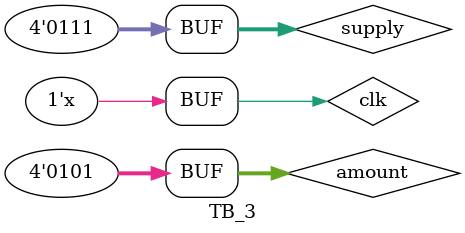
<source format=v>
`timescale 1ns / 1ps


module TB_3;

	// Inputs
	reg clk;
	reg [3:0] amount;
	reg [3:0] supply;

	// Outputs
	wire redLight;
	wire [3:0] supply_out;

	// Instantiate the Unit Under Test (UUT)
	Owner_charge uut (
		.clk(clk), 
		.amount(amount), 
		.supply(supply), 
		.redLight(redLight), 
		.supply_out(supply_out)
	);
	
	always #20 clk = ~clk;
	
	initial begin
		// Initialize Inputs
		clk = 0;
		amount = 5;
		supply = 7;

		// Wait 100 ns for global reset to finish
		#100;
        
		// Add stimulus here

	end
      
endmodule


</source>
